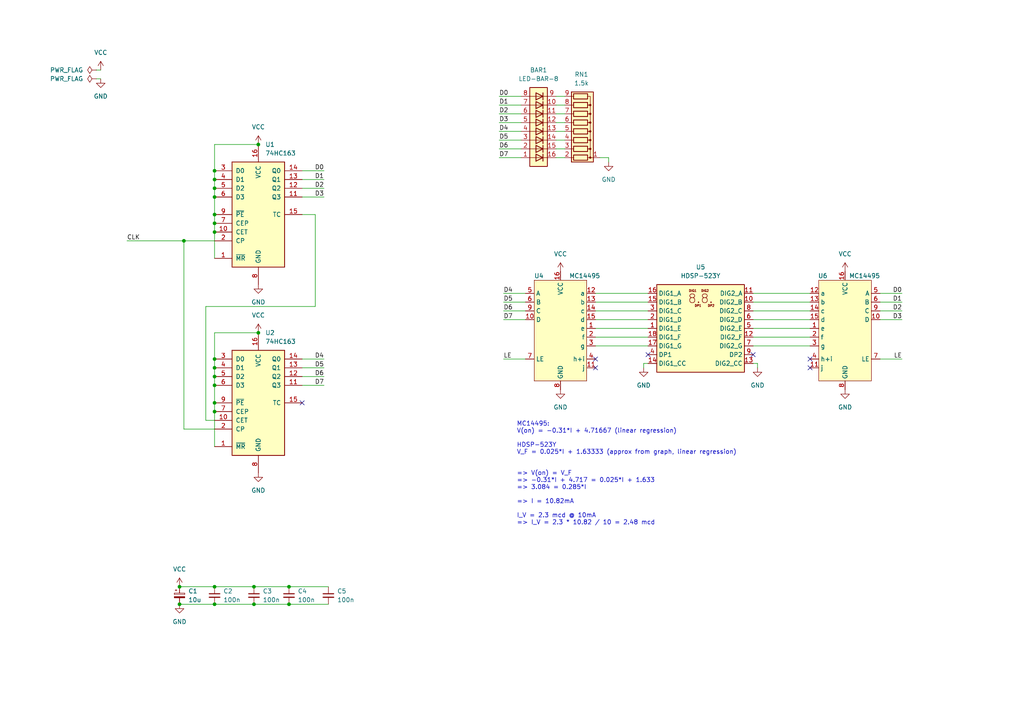
<source format=kicad_sch>
(kicad_sch (version 20211123) (generator eeschema)
  (paper "A4")
  (title_block (title "8bit Hexadecimal Display") (date "2022-04-08") (rev "B.2") (comment 2 "https://github.com/adrienkohlbecker/8bit_hex_display") (comment 3 "Licensed under CERN-OHL-W v2") (comment 4 "Copyright © 2022 Adrien Kohlbecker"))
  (lib_symbols
    (symbol "74xx:74LS163" (pin_names (offset 1.016))
      (property "Reference" "U" (at -7.62 16.51 0))
      (property "Value" "74LS163" (at -7.62 -16.51 0))
      (symbol "74LS163_1_0"
        (pin input line (at -12.7 -12.7 0) (length 5.08) (name "~{MR}") (number "1"))
        (pin input line (at -12.7 -5.08 0) (length 5.08) (name "CET") (number "10"))
        (pin output line (at 12.7 5.08 180) (length 5.08) (name "Q3") (number "11"))
        (pin output line (at 12.7 7.62 180) (length 5.08) (name "Q2") (number "12"))
        (pin output line (at 12.7 10.16 180) (length 5.08) (name "Q1") (number "13"))
        (pin output line (at 12.7 12.7 180) (length 5.08) (name "Q0") (number "14"))
        (pin output line (at 12.7 0 180) (length 5.08) (name "TC") (number "15"))
        (pin power_in line (at 0 20.32 270) (length 5.08) (name "VCC") (number "16"))
        (pin input line (at -12.7 -7.62 0) (length 5.08) (name "CP") (number "2"))
        (pin input line (at -12.7 12.7 0) (length 5.08) (name "D0") (number "3"))
        (pin input line (at -12.7 10.16 0) (length 5.08) (name "D1") (number "4"))
        (pin input line (at -12.7 7.62 0) (length 5.08) (name "D2") (number "5"))
        (pin input line (at -12.7 5.08 0) (length 5.08) (name "D3") (number "6"))
        (pin input line (at -12.7 -2.54 0) (length 5.08) (name "CEP") (number "7"))
        (pin power_in line (at 0 -20.32 90) (length 5.08) (name "GND") (number "8"))
        (pin input line (at -12.7 0 0) (length 5.08) (name "~{PE}") (number "9"))
      )
      (symbol "74LS163_1_1"
        (rectangle (start -7.62 15.24) (end 7.62 -15.24) (stroke (width 0.254)) (fill (type background)))
      )
    )
    (symbol "8bit_hex_display:LED-BAR-8" (pin_names (offset 1.016) hide)
      (property "Reference" "BAR" (at 0 15.24 0))
      (property "Value" "LED-BAR-8" (at 0 -12.7 0))
      (symbol "LED-BAR-8_0_1"
        (rectangle (start -2.54 12.7) (end 2.54 -10.16) (stroke (width 0.254)) (fill (type background)))
        (polyline (pts (xy -2.54 -7.62) (xy 2.54 -7.62)))
        (polyline (pts (xy -2.54 -5.08) (xy 2.54 -5.08)))
        (polyline (pts (xy -2.54 0) (xy 2.54 0)))
        (polyline (pts (xy -2.54 5.08) (xy 2.54 5.08)))
        (polyline (pts (xy -2.54 7.62) (xy 2.54 7.62)))
        (polyline (pts (xy -2.54 10.16) (xy 2.54 10.16)))
        (polyline (pts (xy 1.27 -6.604) (xy 1.27 -8.636)) (stroke (width 0.254)))
        (polyline (pts (xy 1.27 -4.064) (xy 1.27 -6.096)) (stroke (width 0.254)))
        (polyline (pts (xy 1.27 -1.524) (xy 1.27 -3.556)) (stroke (width 0.254)))
        (polyline (pts (xy 1.27 1.016) (xy 1.27 -1.016)) (stroke (width 0.254)))
        (polyline (pts (xy 1.27 3.556) (xy 1.27 1.524)) (stroke (width 0.254)))
        (polyline (pts (xy 1.27 6.096) (xy 1.27 4.064)) (stroke (width 0.254)))
        (polyline (pts (xy 1.27 8.636) (xy 1.27 6.604)) (stroke (width 0.254)))
        (polyline (pts (xy 1.27 11.176) (xy 1.27 9.144)) (stroke (width 0.254)))
        (polyline (pts (xy 2.54 -2.54) (xy -2.54 -2.54)))
        (polyline (pts (xy 2.54 2.54) (xy -2.54 2.54)))
        (polyline (pts (xy -0.762 -6.604) (xy -0.762 -8.636) (xy 1.27 -7.62) (xy -0.762 -6.604)) (stroke (width 0.254)))
        (polyline (pts (xy -0.762 -4.064) (xy -0.762 -6.096) (xy 1.27 -5.08) (xy -0.762 -4.064)) (stroke (width 0.254)))
        (polyline (pts (xy -0.762 -1.524) (xy -0.762 -3.556) (xy 1.27 -2.54) (xy -0.762 -1.524)) (stroke (width 0.254)))
        (polyline (pts (xy -0.762 1.016) (xy -0.762 -1.016) (xy 1.27 0) (xy -0.762 1.016)) (stroke (width 0.254)))
        (polyline (pts (xy -0.762 3.556) (xy -0.762 1.524) (xy 1.27 2.54) (xy -0.762 3.556)) (stroke (width 0.254)))
        (polyline (pts (xy -0.762 6.096) (xy -0.762 4.064) (xy 1.27 5.08) (xy -0.762 6.096)) (stroke (width 0.254)))
        (polyline (pts (xy -0.762 8.636) (xy -0.762 6.604) (xy 1.27 7.62) (xy -0.762 8.636)) (stroke (width 0.254)))
        (polyline (pts (xy -0.762 11.176) (xy -0.762 9.144) (xy 1.27 10.16) (xy -0.762 11.176)) (stroke (width 0.254)))
      )
      (symbol "LED-BAR-8_1_1"
        (pin passive line (at -5.08 10.16 0) (length 2.54) (name "A") (number "1"))
        (pin passive line (at 5.08 -5.08 180) (length 2.54) (name "A") (number "10"))
        (pin passive line (at 5.08 -2.54 180) (length 2.54) (name "K") (number "11"))
        (pin passive line (at 5.08 0 180) (length 2.54) (name "K") (number "12"))
        (pin passive line (at 5.08 2.54 180) (length 2.54) (name "K") (number "13"))
        (pin passive line (at 5.08 5.08 180) (length 2.54) (name "K") (number "14"))
        (pin passive line (at 5.08 7.62 180) (length 2.54) (name "K") (number "15"))
        (pin passive line (at 5.08 10.16 180) (length 2.54) (name "K") (number "16"))
        (pin passive line (at -5.08 7.62 0) (length 2.54) (name "A") (number "2"))
        (pin passive line (at -5.08 5.08 0) (length 2.54) (name "A") (number "3"))
        (pin passive line (at -5.08 2.54 0) (length 2.54) (name "A") (number "4"))
        (pin passive line (at -5.08 0 0) (length 2.54) (name "A") (number "5"))
        (pin passive line (at -5.08 -2.54 0) (length 2.54) (name "A") (number "6"))
        (pin passive line (at -5.08 -5.08 0) (length 2.54) (name "A") (number "7"))
        (pin passive line (at -5.08 -7.62 0) (length 2.54) (name "A") (number "8"))
        (pin passive line (at 5.08 -7.62 180) (length 2.54) (name "A") (number "9"))
      )
    )
    (symbol "8bit_hex_display:MC14495"
      (property "Reference" "U" (at 0 1.27 0))
      (property "Value" "MC14495" (at 0 -1.27 0))
      (symbol "MC14495_0_1"
        (rectangle (start -7.62 15.24) (end 7.62 -13.97) (fill (type background)))
      )
      (symbol "MC14495_1_1"
        (pin output line (at 10.16 1.27 180) (length 2.54) (name "e") (number "1"))
        (pin input line (at -10.16 3.81 0) (length 2.54) (name "D") (number "10"))
        (pin output line (at 10.16 -10.16 180) (length 2.54) (name "j") (number "11"))
        (pin output line (at 10.16 11.43 180) (length 2.54) (name "a") (number "12"))
        (pin output line (at 10.16 8.89 180) (length 2.54) (name "b") (number "13"))
        (pin output line (at 10.16 6.35 180) (length 2.54) (name "c") (number "14"))
        (pin output line (at 10.16 3.81 180) (length 2.54) (name "d") (number "15"))
        (pin power_in line (at 0 17.78 270) (length 2.54) (name "VCC") (number "16"))
        (pin output line (at 10.16 -1.27 180) (length 2.54) (name "f") (number "2"))
        (pin output line (at 10.16 -3.81 180) (length 2.54) (name "g") (number "3"))
        (pin output line (at 10.16 -7.62 180) (length 2.54) (name "h+i") (number "4"))
        (pin input line (at -10.16 11.43 0) (length 2.54) (name "A") (number "5"))
        (pin input line (at -10.16 8.89 0) (length 2.54) (name "B") (number "6"))
        (pin input line (at -10.16 -7.62 0) (length 2.54) (name "LE") (number "7"))
        (pin power_in line (at 0 -16.51 90) (length 2.54) (name "GND") (number "8"))
        (pin input line (at -10.16 6.35 0) (length 2.54) (name "C") (number "9"))
      )
    )
    (symbol "Device:C_Polarized_Small" (pin_numbers hide) (pin_names (offset 0.254) hide)
      (property "Reference" "C" (at 0.254 1.778 0))
      (property "Value" "C_Polarized_Small" (at 0.254 -2.032 0))
      (symbol "C_Polarized_Small_0_1"
        (rectangle (start -1.524 -0.3048) (end 1.524 -0.6858) (fill (type outline)))
        (rectangle (start -1.524 0.6858) (end 1.524 0.3048))
        (polyline (pts (xy -1.27 1.524) (xy -0.762 1.524)))
        (polyline (pts (xy -1.016 1.27) (xy -1.016 1.778)))
      )
      (symbol "C_Polarized_Small_1_1"
        (pin passive line (at 0 2.54 270) (length 1.8542) (name "~") (number "1"))
        (pin passive line (at 0 -2.54 90) (length 1.8542) (name "~") (number "2"))
      )
    )
    (symbol "Device:C_Small" (pin_numbers hide) (pin_names (offset 0.254) hide)
      (property "Reference" "C" (at 0.254 1.778 0))
      (property "Value" "C_Small" (at 0.254 -2.032 0))
      (symbol "C_Small_0_1"
        (polyline (pts (xy -1.524 -0.508) (xy 1.524 -0.508)) (stroke (width 0.3302)))
        (polyline (pts (xy -1.524 0.508) (xy 1.524 0.508)) (stroke (width 0.3048)))
      )
      (symbol "C_Small_1_1"
        (pin passive line (at 0 2.54 270) (length 2.032) (name "~") (number "1"))
        (pin passive line (at 0 -2.54 90) (length 2.032) (name "~") (number "2"))
      )
    )
    (symbol "Device:R_Network08" (pin_names (offset 0) hide)
      (property "Reference" "RN" (at -12.7 0 90))
      (property "Value" "R_Network08" (at 10.16 0 90))
      (symbol "R_Network08_0_1"
        (rectangle (start -11.43 -3.175) (end 8.89 3.175) (stroke (width 0.254)) (fill (type background)))
        (rectangle (start -10.922 1.524) (end -9.398 -2.54) (stroke (width 0.254)))
        (circle (center -10.16 2.286) (radius 0.254) (fill (type outline)))
        (rectangle (start -8.382 1.524) (end -6.858 -2.54) (stroke (width 0.254)))
        (circle (center -7.62 2.286) (radius 0.254) (fill (type outline)))
        (rectangle (start -5.842 1.524) (end -4.318 -2.54) (stroke (width 0.254)))
        (circle (center -5.08 2.286) (radius 0.254) (fill (type outline)))
        (rectangle (start -3.302 1.524) (end -1.778 -2.54) (stroke (width 0.254)))
        (circle (center -2.54 2.286) (radius 0.254) (fill (type outline)))
        (rectangle (start -0.762 1.524) (end 0.762 -2.54) (stroke (width 0.254)))
        (polyline (pts (xy -10.16 -2.54) (xy -10.16 -3.81)))
        (polyline (pts (xy -7.62 -2.54) (xy -7.62 -3.81)))
        (polyline (pts (xy -5.08 -2.54) (xy -5.08 -3.81)))
        (polyline (pts (xy -2.54 -2.54) (xy -2.54 -3.81)))
        (polyline (pts (xy 0 -2.54) (xy 0 -3.81)))
        (polyline (pts (xy 2.54 -2.54) (xy 2.54 -3.81)))
        (polyline (pts (xy 5.08 -2.54) (xy 5.08 -3.81)))
        (polyline (pts (xy 7.62 -2.54) (xy 7.62 -3.81)))
        (polyline (pts (xy -10.16 1.524) (xy -10.16 2.286) (xy -7.62 2.286) (xy -7.62 1.524)))
        (polyline (pts (xy -7.62 1.524) (xy -7.62 2.286) (xy -5.08 2.286) (xy -5.08 1.524)))
        (polyline (pts (xy -5.08 1.524) (xy -5.08 2.286) (xy -2.54 2.286) (xy -2.54 1.524)))
        (polyline (pts (xy -2.54 1.524) (xy -2.54 2.286) (xy 0 2.286) (xy 0 1.524)))
        (polyline (pts (xy 0 1.524) (xy 0 2.286) (xy 2.54 2.286) (xy 2.54 1.524)))
        (polyline (pts (xy 2.54 1.524) (xy 2.54 2.286) (xy 5.08 2.286) (xy 5.08 1.524)))
        (polyline (pts (xy 5.08 1.524) (xy 5.08 2.286) (xy 7.62 2.286) (xy 7.62 1.524)))
        (circle (center 0 2.286) (radius 0.254) (fill (type outline)))
        (rectangle (start 1.778 1.524) (end 3.302 -2.54) (stroke (width 0.254)))
        (circle (center 2.54 2.286) (radius 0.254) (fill (type outline)))
        (rectangle (start 4.318 1.524) (end 5.842 -2.54) (stroke (width 0.254)))
        (circle (center 5.08 2.286) (radius 0.254) (fill (type outline)))
        (rectangle (start 6.858 1.524) (end 8.382 -2.54) (stroke (width 0.254)))
      )
      (symbol "R_Network08_1_1"
        (pin passive line (at -10.16 5.08 270) (length 2.54) (name "common") (number "1"))
        (pin passive line (at -10.16 -5.08 90) (length 1.27) (name "R1") (number "2"))
        (pin passive line (at -7.62 -5.08 90) (length 1.27) (name "R2") (number "3"))
        (pin passive line (at -5.08 -5.08 90) (length 1.27) (name "R3") (number "4"))
        (pin passive line (at -2.54 -5.08 90) (length 1.27) (name "R4") (number "5"))
        (pin passive line (at 0 -5.08 90) (length 1.27) (name "R5") (number "6"))
        (pin passive line (at 2.54 -5.08 90) (length 1.27) (name "R6") (number "7"))
        (pin passive line (at 5.08 -5.08 90) (length 1.27) (name "R7") (number "8"))
        (pin passive line (at 7.62 -5.08 90) (length 1.27) (name "R8") (number "9"))
      )
    )
    (symbol "Display_Character:DC56-11YWA"
      (property "Reference" "U" (at -11.43 13.97 0))
      (property "Value" "DC56-11YWA" (at 12.065 13.97 0))
      (symbol "DC56-11YWA_0_0"
        (text "8.8." (at 0 8.636 0) (effects (font (size 2.54 2.54))))
        (text "DIG1" (at -2.286 10.922 0) (effects (font (size 0.635 0.635))))
        (text "DIG2" (at 1.27 10.922 0) (effects (font (size 0.635 0.635))))
        (text "DP1" (at -0.762 6.604 0) (effects (font (size 0.635 0.635))))
        (text "DP2" (at 3.048 6.604 0) (effects (font (size 0.635 0.635))))
      )
      (symbol "DC56-11YWA_0_1"
        (rectangle (start -12.7 12.7) (end 12.7 -12.7) (stroke (width 0.254)) (fill (type background)))
      )
      (symbol "DC56-11YWA_1_1"
        (pin input line (at -15.24 0 0) (length 2.54) (name "DIG1_E") (number "1"))
        (pin input line (at 15.24 7.62 180) (length 2.54) (name "DIG2_B") (number "10"))
        (pin input line (at 15.24 10.16 180) (length 2.54) (name "DIG2_A") (number "11"))
        (pin input line (at 15.24 -2.54 180) (length 2.54) (name "DIG2_F") (number "12"))
        (pin input line (at 15.24 -10.16 180) (length 2.54) (name "DIG2_CC") (number "13"))
        (pin input line (at -15.24 -10.16 0) (length 2.54) (name "DIG1_CC") (number "14"))
        (pin input line (at -15.24 7.62 0) (length 2.54) (name "DIG1_B") (number "15"))
        (pin input line (at -15.24 10.16 0) (length 2.54) (name "DIG1_A") (number "16"))
        (pin input line (at -15.24 -5.08 0) (length 2.54) (name "DIG1_G") (number "17"))
        (pin input line (at -15.24 -2.54 0) (length 2.54) (name "DIG1_F") (number "18"))
        (pin input line (at -15.24 2.54 0) (length 2.54) (name "DIG1_D") (number "2"))
        (pin input line (at -15.24 5.08 0) (length 2.54) (name "DIG1_C") (number "3"))
        (pin input line (at -15.24 -7.62 0) (length 2.54) (name "DP1") (number "4"))
        (pin input line (at 15.24 0 180) (length 2.54) (name "DIG2_E") (number "5"))
        (pin input line (at 15.24 2.54 180) (length 2.54) (name "DIG2_D") (number "6"))
        (pin input line (at 15.24 -5.08 180) (length 2.54) (name "DIG2_G") (number "7"))
        (pin input line (at 15.24 5.08 180) (length 2.54) (name "DIG2_C") (number "8"))
        (pin input line (at 15.24 -7.62 180) (length 2.54) (name "DP2") (number "9"))
      )
    )
    (symbol "power:GND" (power) (pin_names (offset 0))
      (property "Value" "GND" (at 0 -3.81 0))
      (symbol "GND_0_1"
        (polyline (pts (xy 0 0) (xy 0 -1.27) (xy 1.27 -1.27) (xy 0 -2.54) (xy -1.27 -1.27) (xy 0 -1.27)))
      )
      (symbol "GND_1_1"
        (pin power_in line (at 0 0 270) (length 0) hide (name "GND") (number "1"))
      )
    )
    (symbol "power:PWR_FLAG" (power) (pin_numbers hide) (pin_names (offset 0) hide)
      (property "Value" "PWR_FLAG" (at 0 3.81 0))
      (symbol "PWR_FLAG_0_0"
        (pin power_out line (at 0 0 90) (length 0) (name "pwr") (number "1"))
      )
      (symbol "PWR_FLAG_0_1"
        (polyline (pts (xy 0 0) (xy 0 1.27) (xy -1.016 1.905) (xy 0 2.54) (xy 1.016 1.905) (xy 0 1.27)))
      )
    )
    (symbol "power:VCC" (power) (pin_names (offset 0))
      (property "Value" "VCC" (at 0 3.81 0))
      (symbol "VCC_0_1"
        (polyline (pts (xy -0.762 1.27) (xy 0 2.54)))
        (polyline (pts (xy 0 0) (xy 0 2.54)))
        (polyline (pts (xy 0 2.54) (xy 0.762 1.27)))
      )
      (symbol "VCC_1_1"
        (pin power_in line (at 0 0 90) (length 0) hide (name "VCC") (number "1"))
      )
    )
  )
  (junction (at 62.23 64.77))
  (junction (at 62.23 62.23))
  (junction (at 62.23 52.07))
  (junction (at 52.07 170.18))
  (junction (at 52.07 175.26))
  (junction (at 62.23 170.18))
  (junction (at 62.23 175.26))
  (junction (at 62.23 116.84))
  (junction (at 62.23 67.31))
  (junction (at 62.23 49.53))
  (junction (at 73.66 170.18))
  (junction (at 83.82 175.26))
  (junction (at 62.23 54.61))
  (junction (at 73.66 175.26))
  (junction (at 74.93 96.52))
  (junction (at 62.23 106.68))
  (junction (at 53.34 69.85))
  (junction (at 62.23 109.22))
  (junction (at 74.93 41.91))
  (junction (at 62.23 104.14))
  (junction (at 62.23 57.15))
  (junction (at 62.23 119.38))
  (junction (at 62.23 111.76))
  (junction (at 83.82 170.18))
  (no_connect (at 172.72 104.14))
  (no_connect (at 172.72 106.68))
  (no_connect (at 187.96 102.87))
  (no_connect (at 218.44 102.87))
  (no_connect (at 234.95 104.14))
  (no_connect (at 234.95 106.68))
  (no_connect (at 87.63 116.84))
  (wire (pts (xy 62.23 116.84) (xy 62.23 119.38)))
  (wire (pts (xy 53.34 69.85) (xy 62.23 69.85)))
  (wire (pts (xy 151.13 45.72) (xy 144.78 45.72)))
  (wire (pts (xy 161.29 27.94) (xy 163.83 27.94)))
  (wire (pts (xy 59.69 121.92) (xy 62.23 121.92)))
  (wire (pts (xy 218.44 87.63) (xy 234.95 87.63)))
  (wire (pts (xy 27.94 22.86) (xy 29.21 22.86)))
  (wire (pts (xy 146.05 90.17) (xy 152.4 90.17)))
  (wire (pts (xy 144.78 30.48) (xy 151.13 30.48)))
  (wire (pts (xy 87.63 111.76) (xy 93.98 111.76)))
  (wire (pts (xy 172.72 100.33) (xy 187.96 100.33)))
  (wire (pts (xy 87.63 57.15) (xy 93.98 57.15)))
  (wire (pts (xy 172.72 97.79) (xy 187.96 97.79)))
  (wire (pts (xy 172.72 95.25) (xy 187.96 95.25)))
  (wire (pts (xy 161.29 35.56) (xy 163.83 35.56)))
  (wire (pts (xy 146.05 85.09) (xy 152.4 85.09)))
  (wire (pts (xy 62.23 111.76) (xy 62.23 116.84)))
  (wire (pts (xy 186.69 106.68) (xy 186.69 105.41)))
  (wire (pts (xy 161.29 40.64) (xy 163.83 40.64)))
  (wire (pts (xy 146.05 104.14) (xy 152.4 104.14)))
  (wire (pts (xy 87.63 49.53) (xy 93.98 49.53)))
  (wire (pts (xy 146.05 87.63) (xy 152.4 87.63)))
  (wire (pts (xy 62.23 124.46) (xy 53.34 124.46)))
  (wire (pts (xy 87.63 62.23) (xy 91.44 62.23)))
  (wire (pts (xy 87.63 52.07) (xy 93.98 52.07)))
  (wire (pts (xy 161.29 43.18) (xy 163.83 43.18)))
  (wire (pts (xy 87.63 54.61) (xy 93.98 54.61)))
  (wire (pts (xy 62.23 54.61) (xy 62.23 52.07)))
  (wire (pts (xy 62.23 62.23) (xy 62.23 64.77)))
  (wire (pts (xy 255.27 85.09) (xy 261.62 85.09)))
  (wire (pts (xy 161.29 38.1) (xy 163.83 38.1)))
  (wire (pts (xy 218.44 100.33) (xy 234.95 100.33)))
  (wire (pts (xy 62.23 111.76) (xy 62.23 109.22)))
  (wire (pts (xy 255.27 104.14) (xy 261.62 104.14)))
  (wire (pts (xy 186.69 105.41) (xy 187.96 105.41)))
  (wire (pts (xy 87.63 104.14) (xy 93.98 104.14)))
  (wire (pts (xy 62.23 64.77) (xy 62.23 67.31)))
  (wire (pts (xy 218.44 95.25) (xy 234.95 95.25)))
  (wire (pts (xy 146.05 92.71) (xy 152.4 92.71)))
  (wire (pts (xy 62.23 106.68) (xy 62.23 104.14)))
  (wire (pts (xy 151.13 40.64) (xy 144.78 40.64)))
  (wire (pts (xy 73.66 170.18) (xy 83.82 170.18)))
  (wire (pts (xy 52.07 175.26) (xy 62.23 175.26)))
  (wire (pts (xy 218.44 90.17) (xy 234.95 90.17)))
  (wire (pts (xy 62.23 57.15) (xy 62.23 54.61)))
  (wire (pts (xy 172.72 87.63) (xy 187.96 87.63)))
  (wire (pts (xy 62.23 104.14) (xy 62.23 96.52)))
  (wire (pts (xy 161.29 30.48) (xy 163.83 30.48)))
  (wire (pts (xy 62.23 41.91) (xy 74.93 41.91)))
  (wire (pts (xy 144.78 35.56) (xy 151.13 35.56)))
  (wire (pts (xy 218.44 85.09) (xy 234.95 85.09)))
  (wire (pts (xy 62.23 49.53) (xy 62.23 41.91)))
  (wire (pts (xy 27.94 20.32) (xy 29.21 20.32)))
  (wire (pts (xy 172.72 85.09) (xy 187.96 85.09)))
  (wire (pts (xy 62.23 119.38) (xy 62.23 129.54)))
  (wire (pts (xy 62.23 170.18) (xy 73.66 170.18)))
  (wire (pts (xy 62.23 175.26) (xy 73.66 175.26)))
  (wire (pts (xy 59.69 88.9) (xy 59.69 121.92)))
  (wire (pts (xy 255.27 90.17) (xy 261.62 90.17)))
  (wire (pts (xy 91.44 62.23) (xy 91.44 88.9)))
  (wire (pts (xy 73.66 175.26) (xy 83.82 175.26)))
  (wire (pts (xy 151.13 43.18) (xy 144.78 43.18)))
  (wire (pts (xy 218.44 105.41) (xy 219.71 105.41)))
  (wire (pts (xy 53.34 124.46) (xy 53.34 69.85)))
  (wire (pts (xy 87.63 109.22) (xy 93.98 109.22)))
  (wire (pts (xy 161.29 45.72) (xy 163.83 45.72)))
  (wire (pts (xy 91.44 88.9) (xy 59.69 88.9)))
  (wire (pts (xy 62.23 52.07) (xy 62.23 49.53)))
  (wire (pts (xy 161.29 33.02) (xy 163.83 33.02)))
  (wire (pts (xy 87.63 106.68) (xy 93.98 106.68)))
  (wire (pts (xy 62.23 109.22) (xy 62.23 106.68)))
  (wire (pts (xy 173.99 45.72) (xy 176.53 45.72)))
  (wire (pts (xy 83.82 170.18) (xy 95.25 170.18)))
  (wire (pts (xy 62.23 96.52) (xy 74.93 96.52)))
  (wire (pts (xy 219.71 106.68) (xy 219.71 105.41)))
  (wire (pts (xy 36.83 69.85) (xy 53.34 69.85)))
  (wire (pts (xy 52.07 170.18) (xy 62.23 170.18)))
  (wire (pts (xy 144.78 27.94) (xy 151.13 27.94)))
  (wire (pts (xy 218.44 92.71) (xy 234.95 92.71)))
  (wire (pts (xy 151.13 38.1) (xy 144.78 38.1)))
  (wire (pts (xy 176.53 45.72) (xy 176.53 46.99)))
  (wire (pts (xy 218.44 97.79) (xy 234.95 97.79)))
  (wire (pts (xy 83.82 175.26) (xy 95.25 175.26)))
  (wire (pts (xy 255.27 87.63) (xy 261.62 87.63)))
  (wire (pts (xy 172.72 92.71) (xy 187.96 92.71)))
  (wire (pts (xy 144.78 33.02) (xy 151.13 33.02)))
  (wire (pts (xy 172.72 90.17) (xy 187.96 90.17)))
  (wire (pts (xy 62.23 67.31) (xy 62.23 74.93)))
  (wire (pts (xy 62.23 57.15) (xy 62.23 62.23)))
  (wire (pts (xy 255.27 92.71) (xy 261.62 92.71)))
  (text "MC14495:\nV(on) = -0.31*I + 4.71667 (linear regression)\n\nHDSP-523Y\nV_F = 0.025*I + 1.63333 (approx from graph, linear regression)\n\n\n=> V(on) = V_F \n=> -0.31*I + 4.717 = 0.025*I + 1.633\n=> 3.084 = 0.285*I\n\n=> I = 10.82mA\n\nI_V = 2.3 mcd @ 10mA\n=> I_V = 2.3 * 10.82 / 10 = 2.48 mcd" (at 149.86 152.4 0) (effects (font (size 1.27 1.27)) (justify left bottom)))
  (label "D6" (at 93.98 109.22 180))
  (label "D0" (at 93.98 49.53 180))
  (label "D5" (at 93.98 106.68 180))
  (label "D0" (at 261.62 85.09 180))
  (label "LE" (at 146.05 104.14 0))
  (label "D5" (at 146.05 87.63 0))
  (label "D7" (at 93.98 111.76 180))
  (label "LE" (at 261.62 104.14 180))
  (label "D3" (at 144.78 35.56 0))
  (label "D2" (at 93.98 54.61 180))
  (label "D1" (at 93.98 52.07 180))
  (label "CLK" (at 36.83 69.85 0))
  (label "D1" (at 261.62 87.63 180))
  (label "D6" (at 146.05 90.17 0))
  (label "D3" (at 93.98 57.15 180))
  (label "D6" (at 144.78 43.18 0))
  (label "D0" (at 144.78 27.94 0))
  (label "D5" (at 144.78 40.64 0))
  (label "D2" (at 261.62 90.17 180))
  (label "D7" (at 144.78 45.72 0))
  (label "D1" (at 144.78 30.48 0))
  (label "D4" (at 144.78 38.1 0))
  (label "D4" (at 93.98 104.14 180))
  (label "D7" (at 146.05 92.71 0))
  (label "D2" (at 144.78 33.02 0))
  (label "D3" (at 261.62 92.71 180))
  (label "D4" (at 146.05 85.09 0))
  (symbol (lib_id "power:VCC") (at 74.93 41.91 0) (unit 1)
    (property "Reference" "#PWR03" (effects hide))
    (property "Value" "VCC" (at 74.93 36.83 0))
  )
  (symbol (lib_id "8bit_hex_display:MC14495") (at 245.11 96.52 0) (mirror y) (unit 1)
    (property "Reference" "U6" (at 240.03 80.01 0) (effects (justify left)))
    (property "Value" "MC14495" (at 255.27 80.01 0) (effects (justify left)))
    (property "Footprint" "Package_DIP:DIP-16_W7.62mm" (effects hide))
    (property "Datasheet" "https://www.futurlec.com/Datasheet/Motorola/MC14495.pdf" (effects hide))
  )
  (symbol (lib_id "power:GND") (at 176.53 46.99 0) (unit 1)
    (property "Reference" "#PWR07" (effects hide))
    (property "Value" "GND" (at 176.53 52.07 0))
  )
  (symbol (lib_id "74xx:74LS163") (at 74.93 116.84 0) (unit 1)
    (property "Reference" "U2" (at 76.9494 96.52 0) (effects (justify left)))
    (property "Value" "74HC163" (at 76.9494 99.06 0) (effects (justify left)))
    (property "Datasheet" "https://www.ti.com/lit/ds/symlink/cd74hc161.pdf" (effects hide))
  )
  (symbol (lib_id "power:GND") (at 219.71 106.68 0) (unit 1)
    (property "Reference" "#PWR013" (effects hide))
    (property "Value" "GND" (at 219.71 111.76 0))
  )
  (symbol (lib_id "power:GND") (at 29.21 22.86 0) (unit 1)
    (property "Reference" "#PWR0101" (effects hide))
    (property "Value" "GND" (at 29.21 27.94 0))
  )
  (symbol (lib_id "power:GND") (at 245.11 113.03 0) (unit 1)
    (property "Reference" "#PWR015" (effects hide))
    (property "Value" "GND" (at 245.11 118.11 0))
  )
  (symbol (lib_id "power:PWR_FLAG") (at 27.94 22.86 90) (unit 1)
    (property "Reference" "#FLG0102" (effects hide))
    (property "Value" "PWR_FLAG" (at 24.13 22.8599 90) (effects (justify left)))
  )
  (symbol (lib_id "power:GND") (at 52.07 175.26 0) (unit 1)
    (property "Reference" "#PWR09" (effects hide))
    (property "Value" "GND" (at 52.07 180.34 0))
  )
  (symbol (lib_id "8bit_hex_display:LED-BAR-8") (at 156.21 35.56 0) (mirror x) (unit 1)
    (property "Reference" "BAR1" (at 156.21 20.32 0))
    (property "Value" "LED-BAR-8" (at 156.21 22.86 0))
    (property "Footprint" "Package_DIP:DIP-16_W7.62mm" (effects hide))
  )
  (symbol (lib_id "8bit_hex_display:MC14495") (at 162.56 96.52 0) (unit 1)
    (property "Reference" "U4" (at 154.94 80.01 0) (effects (justify left)))
    (property "Value" "MC14495" (at 165.1 80.01 0) (effects (justify left)))
    (property "Footprint" "Package_DIP:DIP-16_W7.62mm" (effects hide))
    (property "Datasheet" "https://www.futurlec.com/Datasheet/Motorola/MC14495.pdf" (effects hide))
  )
  (symbol (lib_id "power:PWR_FLAG") (at 27.94 20.32 90) (unit 1)
    (property "Reference" "#FLG0101" (effects hide))
    (property "Value" "PWR_FLAG" (at 24.13 20.3199 90) (effects (justify left)))
  )
  (symbol (lib_id "power:VCC") (at 245.11 78.74 0) (unit 1)
    (property "Reference" "#PWR014" (effects hide))
    (property "Value" "VCC" (at 245.11 73.66 0))
  )
  (symbol (lib_id "power:GND") (at 186.69 106.68 0) (unit 1)
    (property "Reference" "#PWR012" (effects hide))
    (property "Value" "GND" (at 186.69 111.76 0))
  )
  (symbol (lib_id "power:VCC") (at 74.93 96.52 0) (unit 1)
    (property "Reference" "#PWR05" (effects hide))
    (property "Value" "VCC" (at 74.93 91.44 0))
  )
  (symbol (lib_id "power:VCC") (at 29.21 20.32 0) (unit 1)
    (property "Reference" "#PWR0102" (effects hide))
    (property "Value" "VCC" (at 29.21 15.24 0))
  )
  (symbol (lib_id "power:GND") (at 162.56 113.03 0) (unit 1)
    (property "Reference" "#PWR011" (effects hide))
    (property "Value" "GND" (at 162.56 118.11 0))
  )
  (symbol (lib_id "Device:C_Small") (at 62.23 172.72 0) (unit 1)
    (property "Reference" "C2" (at 64.77 171.4562 0) (effects (justify left)))
    (property "Value" "100n" (at 64.77 173.9962 0) (effects (justify left)))
  )
  (symbol (lib_id "power:VCC") (at 162.56 78.74 0) (unit 1)
    (property "Reference" "#PWR010" (effects hide))
    (property "Value" "VCC" (at 162.56 73.66 0))
  )
  (symbol (lib_id "Display_Character:DC56-11YWA") (at 203.2 95.25 0) (unit 1)
    (property "Reference" "U5" (at 203.2 77.47 0))
    (property "Value" "HDSP-523Y" (at 203.2 80.01 0))
    (property "Footprint" "Display_7Segment:DA56-11SYKWA" (effects hide))
    (property "Datasheet" "https://nl.mouser.com/datasheet/2/678/av02-3586en-ds-hdsp-52xe-11jun2012-1828384.pdf" (effects hide))
  )
  (symbol (lib_id "Device:C_Small") (at 73.66 172.72 0) (unit 1)
    (property "Reference" "C3" (at 76.2 171.4562 0) (effects (justify left)))
    (property "Value" "100n" (at 76.2 173.9962 0) (effects (justify left)))
  )
  (symbol (lib_id "Device:C_Polarized_Small") (at 52.07 172.72 0) (unit 1)
    (property "Reference" "C1" (at 54.61 171.45 0) (effects (justify left)))
    (property "Value" "10u" (at 54.61 173.99 0) (effects (justify left)))
  )
  (symbol (lib_id "power:GND") (at 74.93 82.55 0) (unit 1)
    (property "Reference" "#PWR04" (effects hide))
    (property "Value" "GND" (at 74.93 87.63 0))
  )
  (symbol (lib_id "Device:R_Network08") (at 168.91 35.56 270) (mirror x) (unit 1)
    (property "Reference" "RN1" (at 168.656 21.59 90))
    (property "Value" "1.5k" (at 168.656 24.13 90))
    (property "Footprint" "Resistor_THT:R_Array_SIP9" (effects hide))
    (property "Datasheet" "http://www.vishay.com/docs/31509/csc.pdf" (effects hide))
  )
  (symbol (lib_id "Device:C_Small") (at 95.25 172.72 0) (unit 1)
    (property "Reference" "C5" (at 97.79 171.4562 0) (effects (justify left)))
    (property "Value" "100n" (at 97.79 173.9962 0) (effects (justify left)))
  )
  (symbol (lib_id "power:VCC") (at 52.07 170.18 0) (unit 1)
    (property "Reference" "#PWR08" (effects hide))
    (property "Value" "VCC" (at 52.07 165.1 0))
  )
  (symbol (lib_id "power:GND") (at 74.93 137.16 0) (unit 1)
    (property "Reference" "#PWR06" (effects hide))
    (property "Value" "GND" (at 74.93 142.24 0))
  )
  (symbol (lib_id "Device:C_Small") (at 83.82 172.72 0) (unit 1)
    (property "Reference" "C4" (at 86.36 171.4562 0) (effects (justify left)))
    (property "Value" "100n" (at 86.36 173.9962 0) (effects (justify left)))
  )
  (symbol (lib_id "74xx:74LS163") (at 74.93 62.23 0) (unit 1)
    (property "Reference" "U1" (at 76.9494 41.91 0) (effects (justify left)))
    (property "Value" "74HC163" (at 76.9494 44.45 0) (effects (justify left)))
    (property "Datasheet" "https://www.ti.com/lit/ds/symlink/cd74hc161.pdf" (effects hide))
  )
)
</source>
